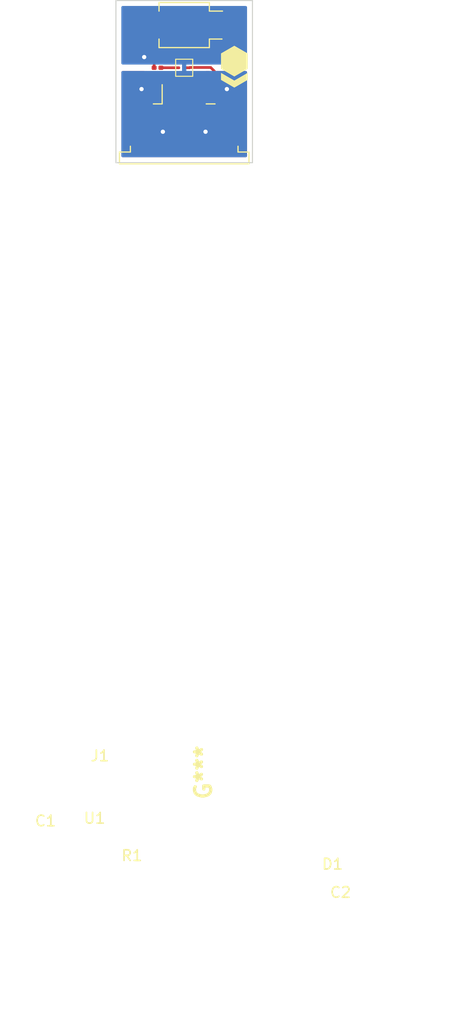
<source format=kicad_pcb>
(kicad_pcb (version 20211014) (generator pcbnew)
  (layers (0 "F.Cu" signal) (31 "B.Cu" signal) (34 "B.Paste" user) (35 "F.Paste" user) (36 "B.SilkS" user "B.Silkscreen") (37 "F.SilkS" user "F.Silkscreen") (38 "B.Mask" user) (39 "F.Mask" user) (44 "Edge.Cuts" user))
  (net 0 "")
  (net 1 "GND")
  (net 2 "Net-(C1-Pad2)")
  (net 3 "Net-(C2-Pad2)")
  (net 4 "Net-(D1-Pad1)")
  (net 5 "Net-(D1-Pad2)")
  (net 6 "Net-(R1-Pad1)")
  (net 7 "Net-(J1-Pad1)")
  (net 8 "Net-(J1-Pad2)")
  (footprint "Capacitor_SMD:C_0201_0603Metric" (layer "F.Cu") (at 147.5 98 180)
    (fp_text reference "C2" (at -12.16 -76.8) (layer "F.SilkS"))
    (fp_text value "0.1μF")
    (pad "1" smd roundrect (at -0.32 0 180) (size 0.46 0.4) (layers "F.Cu" "F.Mask") (net 1 "GND"))
    (pad "2" smd roundrect (at 0.32 0 180) (size 0.46 0.4) (layers "F.Cu" "F.Mask") (net 3 "Net-(C2-Pad2)"))
  )
  (footprint "Capacitor_SMD:C_0201_0603Metric" (layer "F.Cu") (at 142.5 96.5)
    (fp_text reference "C1" (at -10.5 71.6) (layer "F.SilkS"))
    (fp_text value "1.0μF")
    (pad "1" smd roundrect (at -0.32 0) (size 0.46 0.4) (layers "F.Cu" "F.Mask") (net 1 "GND"))
    (pad "2" smd roundrect (at 0.32 0) (size 0.46 0.4) (layers "F.Cu" "F.Mask") (net 2 "Net-(C1-Pad2)"))
  )
  (footprint "OptoDevice:Osram_SMD-DIL2_4.5x4.0mm" (layer "F.Cu") (at 145 93.5 180)
    (fp_text reference "D1" (at -13.9 -78.65) (layer "F.SilkS"))
    (fp_text value "BPW34-SMD")
    (fp_line (start -2.36 -1.31) (end -3.54 -1.31) (layer "F.SilkS") (width 0.12))
    (fp_line (start 2.36 -1.31) (end 2.36 -2.11) (layer "F.SilkS") (width 0.12))
    (fp_line (start 2.36 2.11) (end 2.36 1.31) (layer "F.SilkS") (width 0.12))
    (fp_line (start -2.36 -2.11) (end -2.36 -1.31) (layer "F.SilkS") (width 0.12))
    (fp_line (start -3.59 1.31) (end -2.36 1.31) (layer "F.SilkS") (width 0.12))
    (fp_line (start -2.36 1.31) (end -2.36 2.11) (layer "F.SilkS") (width 0.12))
    (fp_line (start 2.36 -2.11) (end -2.36 -2.11) (layer "F.SilkS") (width 0.12))
    (fp_line (start -2.36 2.11) (end 2.36 2.11) (layer "F.SilkS") (width 0.12))
    (pad "1" smd roundrect (at -2.54 0) (size 2.2 2) (layers "F.Cu" "F.Paste" "F.Mask") (roundrect_rratio 0.125) (net 4 "Net-(D1-Pad1)"))
    (pad "2" smd roundrect (at 2.54 0) (size 2.2 2) (layers "F.Cu" "F.Paste" "F.Mask") (roundrect_rratio 0.125) (net 5 "Net-(D1-Pad2)"))
  )
  (footprint "CustomLibrary:TS4231" (layer "F.Cu") (at 145 97.5)
    (fp_text reference "U1" (at -8.4 70.35) (layer "F.SilkS"))
    (fp_text value "TS4231")
    (fp_line (start 0.8 0.8) (end -0.8 0.8) (layer "F.SilkS") (width 0.1))
    (fp_line (start -0.8 0.8) (end -0.8 -0.8) (layer "F.SilkS") (width 0.1))
    (fp_line (start 0.8 -0.8) (end 0.8 0.8) (layer "F.SilkS") (width 0.1))
    (fp_line (start -0.8 -0.8) (end 0.8 -0.8) (layer "F.SilkS") (width 0.1))
    (pad "1" smd circle locked (at -0.5 -0.5) (size 0.262 0.262) (layers "F.Cu" "F.Paste" "F.Mask") (net 2 "Net-(C1-Pad2)"))
    (pad "2" smd circle locked (at 0 -0.5) (size 0.262 0.262) (layers "F.Cu" "F.Paste" "F.Mask") (net 5 "Net-(D1-Pad2)"))
    (pad "3" smd circle locked (at 0.5 -0.5) (size 0.262 0.262) (layers "F.Cu" "F.Paste" "F.Mask") (net 4 "Net-(D1-Pad1)"))
    (pad "4" smd circle locked (at -0.5 0) (size 0.262 0.262) (layers "F.Cu" "F.Paste" "F.Mask") (net 6 "Net-(R1-Pad1)"))
    (pad "5" smd circle locked (at 0 0) (size 0.262 0.262) (layers "F.Cu" "F.Paste" "F.Mask") (net 1 "GND"))
    (pad "6" smd circle locked (at 0.5 0) (size 0.262 0.262) (layers "F.Cu" "F.Paste" "F.Mask") (net 1 "GND"))
    (pad "7" smd circle locked (at -0.5 0.5) (size 0.262 0.262) (layers "F.Cu" "F.Paste" "F.Mask") (net 7 "Net-(J1-Pad1)"))
    (pad "8" smd circle locked (at 0 0.5) (size 0.262 0.262) (layers "F.Cu" "F.Paste" "F.Mask") (net 8 "Net-(J1-Pad2)"))
    (pad "9" smd circle locked (at 0.5 0.5) (size 0.262 0.262) (layers "F.Cu" "F.Paste" "F.Mask") (net 3 "Net-(C2-Pad2)"))
  )
  (footprint "Connector_FFC-FPC:TE_84953-4_1x04-1MP_P1.0mm_Horizontal" (layer "F.Cu") (at 145 101.8)
    (fp_text reference "J1" (at -7.9 60.2) (layer "F.SilkS"))
    (fp_text value "84953-4")
    (fp_line (start 5.045 3.6) (end 6.07 3.6) (layer "F.SilkS") (width 0.12))
    (fp_line (start -6.07 4.71) (end -6.07 3.6) (layer "F.SilkS") (width 0.12))
    (fp_line (start -5.045 3.6) (end -5.045 3.06) (layer "F.SilkS") (width 0.12))
    (fp_line (start 6.07 3.6) (end 6.07 4.71) (layer "F.SilkS") (width 0.12))
    (fp_line (start 6.07 4.71) (end -6.07 4.71) (layer "F.SilkS") (width 0.12))
    (fp_line (start 5.045 3.06) (end 5.045 3.6) (layer "F.SilkS") (width 0.12))
    (fp_line (start -2.065 -0.91) (end -2.065 -2.71) (layer "F.SilkS") (width 0.12))
    (fp_line (start -6.07 3.6) (end -5.045 3.6) (layer "F.SilkS") (width 0.12))
    (fp_line (start 2.065 -0.91) (end 2.89 -0.91) (layer "F.SilkS") (width 0.12))
    (fp_line (start -2.89 -0.91) (end -2.065 -0.91) (layer "F.SilkS") (width 0.12))
    (pad "1" smd rect (at -1.5 -1.8) (size 0.61 2) (layers "F.Cu" "F.Paste" "F.Mask") (net 7 "Net-(J1-Pad1)"))
    (pad "2" smd rect (at -0.5 -1.8) (size 0.61 2) (layers "F.Cu" "F.Paste" "F.Mask") (net 8 "Net-(J1-Pad2)"))
    (pad "3" smd rect (at 0.5 -1.8) (size 0.61 2) (layers "F.Cu" "F.Paste" "F.Mask") (net 3 "Net-(C2-Pad2)"))
    (pad "4" smd rect (at 1.5 -1.8) (size 0.61 2) (layers "F.Cu" "F.Paste" "F.Mask") (net 1 "GND"))
    (pad "MP" smd rect (at 4.49 1) (size 2.68 3.6) (layers "F.Cu" "F.Paste" "F.Mask") (net 1 "GND"))
    (pad "MP" smd rect (at -4.49 1) (size 2.68 3.6) (layers "F.Cu" "F.Paste" "F.Mask") (net 1 "GND"))
  )
  (footprint "Resistor_SMD:R_0201_0603Metric" (layer "F.Cu") (at 142.5 97.5 180)
    (fp_text reference "R1" (at 2.4 -73.85) (layer "F.SilkS"))
    (fp_text value "15k")
    (pad "1" smd roundrect (at -0.32 0 180) (size 0.46 0.4) (layers "F.Cu" "F.Mask") (net 6 "Net-(R1-Pad1)"))
    (pad "2" smd roundrect (at 0.32 0 180) (size 0.46 0.4) (layers "F.Cu" "F.Mask") (net 1 "GND"))
  )
  (footprint "Flowing_logo:FlowWing" (layer "F.Cu") (at 149.7 97.4 90)
    (fp_text reference "G***" (at -66.15 -2.9 90) (layer "F.SilkS") (effects (font (size 1.524 1.524) (thickness 0.3))))
    (fp_text value "LOGO" hide)
    (fp_poly (pts (xy -0.888784 -1.250005) (xy -0.867025 -1.250002) (xy -0.845695 -1.249995) (xy -0.82484 -1.249987) (xy -0.804509 -1.249975) (xy -0.784748 -1.249962) (xy -0.765605 -1.249946) (xy -0.747128 -1.249927) (xy -0.729364 -1.249907) (xy -0.712362 -1.249885) (xy -0.696167 -1.249861) (xy -0.680828 -1.249834) (xy -0.666393 -1.249807) (xy -0.652908 -1.249777) (xy -0.640422 -1.249746) (xy -0.628981 -1.249713) (xy -0.618634 -1.249679) (xy -0.609428 -1.249644) (xy -0.60141 -1.249607) (xy -0.594629 -1.24957) (xy -0.58913 -1.249531) (xy -0.584963 -1.249491) (xy -0.582174 -1.249451) (xy -0.580811 -1.249409) (xy -0.580675 -1.249391) (xy -0.581057 -1.24872) (xy -0.58217 -1.246783) (xy -0.583999 -1.243607) (xy -0.586526 -1.239222) (xy -0.589735 -1.233654) (xy -0.593611 -1.226931) (xy -0.598138 -1.219082) (xy -0.603299 -1.210134) (xy -0.609078 -1.200116) (xy -0.615459 -1.189055) (xy -0.622425 -1.176979) (xy -0.629962 -1.163917) (xy -0.638052 -1.149895) (xy -0.64668 -1.134943) (xy -0.65583 -1.119087) (xy -0.665484 -1.102357) (xy -0.675628 -1.084779) (xy -0.686245 -1.066382) (xy -0.697318 -1.047194) (xy -0.708833 -1.027243) (xy -0.720772 -1.006556) (xy -0.733119 -0.985161) (xy -0.745859 -0.963088) (xy -0.758976 -0.940362) (xy -0.772452 -0.917014) (xy -0.786273 -0.893069) (xy -0.800422 -0.868557) (xy -0.814882 -0.843504) (xy -0.829638 -0.81794) (xy -0.844674 -0.791892) (xy -0.859973 -0.765388) (xy -0.875519 -0.738456) (xy -0.891296 -0.711124) (xy -0.907289 -0.68342) (xy -0.923481 -0.655371) (xy -0.939855 -0.627007) (xy -0.941033 -0.624966) (xy -0.95742 -0.596578) (xy -0.973625 -0.568503) (xy -0.989632 -0.540769) (xy -1.005425 -0.513404) (xy -1.020987 -0.486436) (xy -1.036302 -0.459894) (xy -1.051354 -0.433804) (xy -1.066128 -0.408196) (xy -1.080607 -0.383097) (xy -1.094774 -0.358534) (xy -1.108615 -0.334537) (xy -1.122112 -0.311132) (xy -1.135249 -0.288349) (xy -1.148011 -0.266214) (xy -1.160381 -0.244756) (xy -1.172344 -0.224003) (xy -1.183883 -0.203982) (xy -1.194981 -0.184722) (xy -1.205623 -0.166251) (xy -1.215794 -0.148597) (xy -1.225475 -0.131787) (xy -1.234653 -0.11585) (xy -1.243309 -0.100813) (xy -1.251429 -0.086705) (xy -1.258997 -0.073553) (xy -1.265995 -0.061386) (xy -1.272408 -0.050231) (xy -1.27822 -0.040117) (xy -1.283415 -0.031071) (xy -1.287976 -0.023121) (xy -1.291888 -0.016296) (xy -1.295134 -0.010623) (xy -1.297698 -0.00613) (xy -1.299565 -0.002845) (xy -1.300717 -0.000796) (xy -1.301139 -0.000012) (xy -1.301141 -0.000005) (xy -1.30077 0.00069) (xy -1.299668 0.002652) (xy -1.297851 0.005852) (xy -1.295334 0.010261) (xy -1.292135 0.015853) (xy -1.288269 0.022599) (xy -1.283753 0.030472) (xy -1.278602 0.039442) (xy -1.272832 0.049483) (xy -1.26646 0.060566) (xy -1.259502 0.072664) (xy -1.251974 0.085748) (xy -1.243892 0.09979) (xy -1.235273 0.114763) (xy -1.226131 0.130639) (xy -1.216484 0.147389) (xy -1.206347 0.164985) (xy -1.195737 0.1834) (xy -1.18467 0.202606) (xy -1.173161 0.222575) (xy -1.161228 0.243278) (xy -1.148885 0.264688) (xy -1.13615 0.286776) (xy -1.123038 0.309516) (xy -1.109566 0.332878) (xy -1.095749 0.356835) (xy -1.081604 0.381359) (xy -1.067146 0.406422) (xy -1.052393 0.431996) (xy -1.037359 0.458053) (xy -1.022061 0.484565) (xy -1.006516 0.511504) (xy -0.990739 0.538842) (xy -0.974747 0.566551) (xy -0.958555 0.594603) (xy -0.94218 0.622971) (xy -0.941033 0.624957) (xy -0.924646 0.653344) (xy -0.908441 0.681416) (xy -0.892433 0.709146) (xy -0.87664 0.736506) (xy -0.861077 0.763467) (xy -0.845759 0.790003) (xy -0.830704 0.816084) (xy -0.815928 0.841684) (xy -0.801446 0.866774) (xy -0.787274 0.891326) (xy -0.77343 0.915312) (xy -0.759928 0.938705) (xy -0.746785 0.961476) (xy -0.734018 0.983597) (xy -0.721642 1.005041) (xy -0.709673 1.025779) (xy -0.698127 1.045784) (xy -0.687022 1.065028) (xy -0.676372 1.083483) (xy -0.666194 1.10112) (xy -0.656503 1.117912) (xy -0.647318 1.133831) (xy -0.638652 1.14885) (xy -0.630523 1.162939) (xy -0.622946 1.176071) (xy -0.615938 1.188218) (xy -0.609514 1.199353) (xy -0.603692 1.209447) (xy -0.598486 1.218472) (xy -0.593914 1.226401) (xy -0.589991 1.233206) (xy -0.586733 1.238857) (xy -0.584156 1.243329) (xy -0.582278 1.246592) (xy -0.581113 1.248619) (xy -0.580678 1.249381) (xy -0.580675 1.249386) (xy -0.581397 1.249428) (xy -0.583567 1.24947) (xy -0.587135 1.24951) (xy -0.592056 1.249549) (xy -0.59828 1.249588) (xy -0.605762 1.249625) (xy -0.614452 1.249661) (xy -0.624305 1.249696) (xy -0.635271 1.24973) (xy -0.647305 1.249762) (xy -0.660357 1.249792) (xy -0.674381 1.249821) (xy -0.68933 1.249848) (xy -0.705155 1.249873) (xy -0.721809 1.249896) (xy -0.739245 1.249918) (xy -0.757414 1.249937) (xy -0.776271 1.249954) (xy -0.795766 1.249969) (xy -0.815853 1.249981) (xy -0.836485 1.249991) (xy -0.857612 1.249999) (xy -0.879189 1.250004) (xy -0.901167 1.250006) (xy -0.910923 1.250006) (xy -1.241421 1.249999) (xy -1.962929 -0.000003) (xy -1.241421 -1.249999) (xy -0.910923 -1.250006)) (layer "F.SilkS") (width 0) (fill solid))
    (fp_poly (pts (xy 1.602921 -0.625001) (xy 1.963673 -0.000002) (xy 1.602921 0.624997) (xy 1.242168 1.249996) (xy 0.520607 1.250004) (xy -0.200954 1.250013) (xy -0.202021 1.248332) (xy -0.202441 1.247612) (xy -0.203591 1.245627) (xy -0.205456 1.242403) (xy -0.208019 1.237969) (xy -0.211265 1.232353) (xy -0.215177 1.225582) (xy -0.219739 1.217686) (xy -0.224934 1.208691) (xy -0.230748 1.198626) (xy -0.237162 1.187519) (xy -0.244162 1.175398) (xy -0.251731 1.162291) (xy -0.259852 1.148226) (xy -0.268511 1.133231) (xy -0.27769 1.117334) (xy -0.287373 1.100563) (xy -0.297545 1.082945) (xy -0.308188 1.06451) (xy -0.319287 1.045285) (xy -0.330826 1.025298) (xy -0.342789 1.004577) (xy -0.355159 0.98315) (xy -0.36792 0.961045) (xy -0.381055 0.93829) (xy -0.39455 0.914914) (xy -0.408387 0.890943) (xy -0.422551 0.866407) (xy -0.437025 0.841333) (xy -0.451793 0.815749) (xy -0.466839 0.789683) (xy -0.482147 0.763164) (xy -0.4977 0.736219) (xy -0.513483 0.708876) (xy -0.529479 0.681163) (xy -0.545671 0.653108) (xy -0.562045 0.62474) (xy -0.562863 0.623323) (xy -0.922639 -0.000005) (xy -0.561972 -0.624822) (xy -0.201305 -1.24964) (xy 0.520432 -1.24982) (xy 1.242168 -1.25)) (layer "F.SilkS") (width 0) (fill solid))
  )
  (gr_line (start 138.6 106.4) (end 138.6 91.2) (layer "Edge.Cuts") (width 0.1))
  (gr_line (start 138.6 106.4) (end 151.4 106.4) (layer "Edge.Cuts") (width 0.1))
  (gr_line (start 151.4 91.2) (end 138.6 91.2) (layer "Edge.Cuts") (width 0.1))
  (gr_line (start 151.4 106.4) (end 151.4 91.2) (layer "Edge.Cuts") (width 0.1))
  (segment (start 147.82 97.809639) (end 147.82 98) (width 0.25) (layer "F.Cu") (net 1))
  (segment (start 145.5 97.5) (end 145.52452 97.47548) (width 0.25) (layer "F.Cu") (net 1))
  (segment (start 147.82 98) (end 147.82 99.08) (width 0.25) (layer "F.Cu") (net 1))
  (segment (start 145 97.5) (end 145.5 97.5) (width 0.25) (layer "F.Cu") (net 1))
  (segment (start 145.52452 97.47548) (end 147.485841 97.47548) (width 0.25) (layer "F.Cu") (net 1))
  (segment (start 142.18 96.5) (end 141.25 96.5) (width 0.25) (layer "F.Cu") (net 1))
  (segment (start 142.18 97.5) (end 142.18 96.5) (width 0.25) (layer "F.Cu") (net 1))
  (segment (start 147.485841 97.47548) (end 147.82 97.809639) (width 0.25) (layer "F.Cu") (net 1))
  (via (at 147 103.5) (size 0.8) (drill 0.4) (layers "F.Cu" "B.Cu") (net 1))
  (via (at 149 99.5) (size 0.8) (drill 0.4) (layers "F.Cu" "B.Cu") (net 1))
  (via (at 141 99.5) (size 0.8) (drill 0.4) (layers "F.Cu" "B.Cu") (net 1))
  (via (at 143 103.5) (size 0.8) (drill 0.4) (layers "F.Cu" "B.Cu") (net 1))
  (via (at 141.25 96.5) (size 0.8) (drill 0.4) (layers "F.Cu" "B.Cu") (net 1))
  (segment (start 145 98.8) (end 145 95.8) (width 0.4) (layer "B.Cu") (net 1))
  (segment (start 143.5 96.5) (end 142.82 96.5) (width 0.25) (layer "F.Cu") (net 2))
  (segment (start 144 97) (end 143.5 96.5) (width 0.25) (layer "F.Cu") (net 2))
  (segment (start 144.5 97) (end 144 97) (width 0.25) (layer "F.Cu") (net 2))
  (segment (start 145.5 98) (end 147.18 98) (width 0.25) (layer "F.Cu") (net 3))
  (segment (start 145.5 98) (end 145.5 100) (width 0.25) (layer "F.Cu") (net 3))
  (segment (start 147.54 93.5) (end 147.54 94.36) (width 0.25) (layer "F.Cu") (net 4))
  (segment (start 145.5 97) (end 145.5 96.4) (width 0.25) (layer "F.Cu") (net 4))
  (segment (start 147.54 94.36) (end 145.5 96.4) (width 0.25) (layer "F.Cu") (net 4))
  (segment (start 142.46 93.86) (end 142.46 93.5) (width 0.25) (layer "F.Cu") (net 5))
  (segment (start 145 97) (end 145 96.4) (width 0.25) (layer "F.Cu") (net 5))
  (segment (start 145 96.4) (end 142.46 93.86) (width 0.25) (layer "F.Cu") (net 5))
  (segment (start 144.5 97.5) (end 142.82 97.5) (width 0.25) (layer "F.Cu") (net 6))
  (segment (start 144.5 98) (end 143.5 99) (width 0.25) (layer "F.Cu") (net 7))
  (segment (start 143.5 99) (end 143.5 100) (width 0.25) (layer "F.Cu") (net 7))
  (segment (start 144.5 98.644191) (end 145 98.144191) (width 0.25) (layer "F.Cu") (net 8))
  (segment (start 144.5 100) (end 144.5 98.644191) (width 0.25) (layer "F.Cu") (net 8))
  (segment (start 145 98.144191) (end 145 98) (width 0.25) (layer "F.Cu") (net 8))
  (zone (net 0) (net_name "") (layer "F.Cu") (connect_pads yes (clearance 0)) (min_thickness 0.254)
    (keepout (tracks allowed) (vias allowed) (pads allowed) (copperpour not_allowed) (footprints allowed))
    (fill (thermal_gap 0.508) (thermal_bridge_width 0.508))
    (polygon (pts (xy 143 99.5) (xy 141 97.5) (xy 143 97.5)))
  )
  (zone (net 1) (net_name "GND") (layers F&B.Cu) (connect_pads yes (clearance 0.508)) (min_thickness 0.254) (fill yes (thermal_gap 0.508) (thermal_bridge_width 0.508))
    (polygon (pts (xy 151.4 106.4) (xy 138.6 106.4) (xy 138.6 97.8) (xy 151.4 97.8)))
  )
  (zone (net 0) (net_name "") (layer "F.Cu") (connect_pads yes (clearance 0)) (min_thickness 0.254)
    (keepout (tracks allowed) (vias allowed) (pads allowed) (copperpour not_allowed) (footprints allowed))
    (fill (thermal_gap 0.508) (thermal_bridge_width 0.508))
    (polygon (pts (xy 147.9 98.4) (xy 147.5 98.8) (xy 146.2 98.8) (xy 146.2 98.2) (xy 147.9 98.2)))
  )
  (zone (net 1) (net_name "GND") (layer "B.Cu") (connect_pads yes (clearance 0.508)) (min_thickness 0.254) (fill yes (thermal_gap 0.508) (thermal_bridge_width 0.508))
    (polygon (pts (xy 151.4 97.2) (xy 138.6 97.2) (xy 138.6 91.4) (xy 151.4 91.4)))
  )
)
</source>
